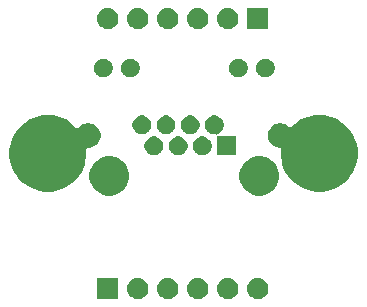
<source format=gbr>
G04 #@! TF.GenerationSoftware,KiCad,Pcbnew,(5.0.2)-1*
G04 #@! TF.CreationDate,2018-12-30T18:09:11-05:00*
G04 #@! TF.ProjectId,8P8C+LED_Horizontal_with_mounts,38503843-2b4c-4454-945f-486f72697a6f,rev?*
G04 #@! TF.SameCoordinates,Original*
G04 #@! TF.FileFunction,Soldermask,Top*
G04 #@! TF.FilePolarity,Negative*
%FSLAX46Y46*%
G04 Gerber Fmt 4.6, Leading zero omitted, Abs format (unit mm)*
G04 Created by KiCad (PCBNEW (5.0.2)-1) date 12/30/2018 6:09:11 PM*
%MOMM*%
%LPD*%
G01*
G04 APERTURE LIST*
%ADD10C,0.100000*%
G04 APERTURE END LIST*
D10*
G36*
X142350442Y-115945518D02*
X142416627Y-115952037D01*
X142529853Y-115986384D01*
X142586467Y-116003557D01*
X142725087Y-116077652D01*
X142742991Y-116087222D01*
X142778729Y-116116552D01*
X142880186Y-116199814D01*
X142963448Y-116301271D01*
X142992778Y-116337009D01*
X142992779Y-116337011D01*
X143076443Y-116493533D01*
X143076443Y-116493534D01*
X143127963Y-116663373D01*
X143145359Y-116840000D01*
X143127963Y-117016627D01*
X143093616Y-117129853D01*
X143076443Y-117186467D01*
X143002348Y-117325087D01*
X142992778Y-117342991D01*
X142963448Y-117378729D01*
X142880186Y-117480186D01*
X142778729Y-117563448D01*
X142742991Y-117592778D01*
X142742989Y-117592779D01*
X142586467Y-117676443D01*
X142529853Y-117693616D01*
X142416627Y-117727963D01*
X142350442Y-117734482D01*
X142284260Y-117741000D01*
X142195740Y-117741000D01*
X142129558Y-117734482D01*
X142063373Y-117727963D01*
X141950147Y-117693616D01*
X141893533Y-117676443D01*
X141737011Y-117592779D01*
X141737009Y-117592778D01*
X141701271Y-117563448D01*
X141599814Y-117480186D01*
X141516552Y-117378729D01*
X141487222Y-117342991D01*
X141477652Y-117325087D01*
X141403557Y-117186467D01*
X141386384Y-117129853D01*
X141352037Y-117016627D01*
X141334641Y-116840000D01*
X141352037Y-116663373D01*
X141403557Y-116493534D01*
X141403557Y-116493533D01*
X141487221Y-116337011D01*
X141487222Y-116337009D01*
X141516552Y-116301271D01*
X141599814Y-116199814D01*
X141701271Y-116116552D01*
X141737009Y-116087222D01*
X141754913Y-116077652D01*
X141893533Y-116003557D01*
X141950147Y-115986384D01*
X142063373Y-115952037D01*
X142129558Y-115945518D01*
X142195740Y-115939000D01*
X142284260Y-115939000D01*
X142350442Y-115945518D01*
X142350442Y-115945518D01*
G37*
G36*
X139810442Y-115945518D02*
X139876627Y-115952037D01*
X139989853Y-115986384D01*
X140046467Y-116003557D01*
X140185087Y-116077652D01*
X140202991Y-116087222D01*
X140238729Y-116116552D01*
X140340186Y-116199814D01*
X140423448Y-116301271D01*
X140452778Y-116337009D01*
X140452779Y-116337011D01*
X140536443Y-116493533D01*
X140536443Y-116493534D01*
X140587963Y-116663373D01*
X140605359Y-116840000D01*
X140587963Y-117016627D01*
X140553616Y-117129853D01*
X140536443Y-117186467D01*
X140462348Y-117325087D01*
X140452778Y-117342991D01*
X140423448Y-117378729D01*
X140340186Y-117480186D01*
X140238729Y-117563448D01*
X140202991Y-117592778D01*
X140202989Y-117592779D01*
X140046467Y-117676443D01*
X139989853Y-117693616D01*
X139876627Y-117727963D01*
X139810442Y-117734482D01*
X139744260Y-117741000D01*
X139655740Y-117741000D01*
X139589558Y-117734482D01*
X139523373Y-117727963D01*
X139410147Y-117693616D01*
X139353533Y-117676443D01*
X139197011Y-117592779D01*
X139197009Y-117592778D01*
X139161271Y-117563448D01*
X139059814Y-117480186D01*
X138976552Y-117378729D01*
X138947222Y-117342991D01*
X138937652Y-117325087D01*
X138863557Y-117186467D01*
X138846384Y-117129853D01*
X138812037Y-117016627D01*
X138794641Y-116840000D01*
X138812037Y-116663373D01*
X138863557Y-116493534D01*
X138863557Y-116493533D01*
X138947221Y-116337011D01*
X138947222Y-116337009D01*
X138976552Y-116301271D01*
X139059814Y-116199814D01*
X139161271Y-116116552D01*
X139197009Y-116087222D01*
X139214913Y-116077652D01*
X139353533Y-116003557D01*
X139410147Y-115986384D01*
X139523373Y-115952037D01*
X139589558Y-115945518D01*
X139655740Y-115939000D01*
X139744260Y-115939000D01*
X139810442Y-115945518D01*
X139810442Y-115945518D01*
G37*
G36*
X137270442Y-115945518D02*
X137336627Y-115952037D01*
X137449853Y-115986384D01*
X137506467Y-116003557D01*
X137645087Y-116077652D01*
X137662991Y-116087222D01*
X137698729Y-116116552D01*
X137800186Y-116199814D01*
X137883448Y-116301271D01*
X137912778Y-116337009D01*
X137912779Y-116337011D01*
X137996443Y-116493533D01*
X137996443Y-116493534D01*
X138047963Y-116663373D01*
X138065359Y-116840000D01*
X138047963Y-117016627D01*
X138013616Y-117129853D01*
X137996443Y-117186467D01*
X137922348Y-117325087D01*
X137912778Y-117342991D01*
X137883448Y-117378729D01*
X137800186Y-117480186D01*
X137698729Y-117563448D01*
X137662991Y-117592778D01*
X137662989Y-117592779D01*
X137506467Y-117676443D01*
X137449853Y-117693616D01*
X137336627Y-117727963D01*
X137270442Y-117734482D01*
X137204260Y-117741000D01*
X137115740Y-117741000D01*
X137049558Y-117734482D01*
X136983373Y-117727963D01*
X136870147Y-117693616D01*
X136813533Y-117676443D01*
X136657011Y-117592779D01*
X136657009Y-117592778D01*
X136621271Y-117563448D01*
X136519814Y-117480186D01*
X136436552Y-117378729D01*
X136407222Y-117342991D01*
X136397652Y-117325087D01*
X136323557Y-117186467D01*
X136306384Y-117129853D01*
X136272037Y-117016627D01*
X136254641Y-116840000D01*
X136272037Y-116663373D01*
X136323557Y-116493534D01*
X136323557Y-116493533D01*
X136407221Y-116337011D01*
X136407222Y-116337009D01*
X136436552Y-116301271D01*
X136519814Y-116199814D01*
X136621271Y-116116552D01*
X136657009Y-116087222D01*
X136674913Y-116077652D01*
X136813533Y-116003557D01*
X136870147Y-115986384D01*
X136983373Y-115952037D01*
X137049558Y-115945518D01*
X137115740Y-115939000D01*
X137204260Y-115939000D01*
X137270442Y-115945518D01*
X137270442Y-115945518D01*
G37*
G36*
X135521000Y-117741000D02*
X133719000Y-117741000D01*
X133719000Y-115939000D01*
X135521000Y-115939000D01*
X135521000Y-117741000D01*
X135521000Y-117741000D01*
G37*
G36*
X147430442Y-115945518D02*
X147496627Y-115952037D01*
X147609853Y-115986384D01*
X147666467Y-116003557D01*
X147805087Y-116077652D01*
X147822991Y-116087222D01*
X147858729Y-116116552D01*
X147960186Y-116199814D01*
X148043448Y-116301271D01*
X148072778Y-116337009D01*
X148072779Y-116337011D01*
X148156443Y-116493533D01*
X148156443Y-116493534D01*
X148207963Y-116663373D01*
X148225359Y-116840000D01*
X148207963Y-117016627D01*
X148173616Y-117129853D01*
X148156443Y-117186467D01*
X148082348Y-117325087D01*
X148072778Y-117342991D01*
X148043448Y-117378729D01*
X147960186Y-117480186D01*
X147858729Y-117563448D01*
X147822991Y-117592778D01*
X147822989Y-117592779D01*
X147666467Y-117676443D01*
X147609853Y-117693616D01*
X147496627Y-117727963D01*
X147430442Y-117734482D01*
X147364260Y-117741000D01*
X147275740Y-117741000D01*
X147209558Y-117734482D01*
X147143373Y-117727963D01*
X147030147Y-117693616D01*
X146973533Y-117676443D01*
X146817011Y-117592779D01*
X146817009Y-117592778D01*
X146781271Y-117563448D01*
X146679814Y-117480186D01*
X146596552Y-117378729D01*
X146567222Y-117342991D01*
X146557652Y-117325087D01*
X146483557Y-117186467D01*
X146466384Y-117129853D01*
X146432037Y-117016627D01*
X146414641Y-116840000D01*
X146432037Y-116663373D01*
X146483557Y-116493534D01*
X146483557Y-116493533D01*
X146567221Y-116337011D01*
X146567222Y-116337009D01*
X146596552Y-116301271D01*
X146679814Y-116199814D01*
X146781271Y-116116552D01*
X146817009Y-116087222D01*
X146834913Y-116077652D01*
X146973533Y-116003557D01*
X147030147Y-115986384D01*
X147143373Y-115952037D01*
X147209558Y-115945518D01*
X147275740Y-115939000D01*
X147364260Y-115939000D01*
X147430442Y-115945518D01*
X147430442Y-115945518D01*
G37*
G36*
X144890442Y-115945518D02*
X144956627Y-115952037D01*
X145069853Y-115986384D01*
X145126467Y-116003557D01*
X145265087Y-116077652D01*
X145282991Y-116087222D01*
X145318729Y-116116552D01*
X145420186Y-116199814D01*
X145503448Y-116301271D01*
X145532778Y-116337009D01*
X145532779Y-116337011D01*
X145616443Y-116493533D01*
X145616443Y-116493534D01*
X145667963Y-116663373D01*
X145685359Y-116840000D01*
X145667963Y-117016627D01*
X145633616Y-117129853D01*
X145616443Y-117186467D01*
X145542348Y-117325087D01*
X145532778Y-117342991D01*
X145503448Y-117378729D01*
X145420186Y-117480186D01*
X145318729Y-117563448D01*
X145282991Y-117592778D01*
X145282989Y-117592779D01*
X145126467Y-117676443D01*
X145069853Y-117693616D01*
X144956627Y-117727963D01*
X144890442Y-117734482D01*
X144824260Y-117741000D01*
X144735740Y-117741000D01*
X144669558Y-117734482D01*
X144603373Y-117727963D01*
X144490147Y-117693616D01*
X144433533Y-117676443D01*
X144277011Y-117592779D01*
X144277009Y-117592778D01*
X144241271Y-117563448D01*
X144139814Y-117480186D01*
X144056552Y-117378729D01*
X144027222Y-117342991D01*
X144017652Y-117325087D01*
X143943557Y-117186467D01*
X143926384Y-117129853D01*
X143892037Y-117016627D01*
X143874641Y-116840000D01*
X143892037Y-116663373D01*
X143943557Y-116493534D01*
X143943557Y-116493533D01*
X144027221Y-116337011D01*
X144027222Y-116337009D01*
X144056552Y-116301271D01*
X144139814Y-116199814D01*
X144241271Y-116116552D01*
X144277009Y-116087222D01*
X144294913Y-116077652D01*
X144433533Y-116003557D01*
X144490147Y-115986384D01*
X144603373Y-115952037D01*
X144669558Y-115945518D01*
X144735740Y-115939000D01*
X144824260Y-115939000D01*
X144890442Y-115945518D01*
X144890442Y-115945518D01*
G37*
G36*
X147931871Y-105703408D02*
X148236883Y-105829748D01*
X148509538Y-106011930D01*
X148511390Y-106013168D01*
X148744832Y-106246610D01*
X148744834Y-106246613D01*
X148928252Y-106521117D01*
X149054592Y-106826129D01*
X149119000Y-107149928D01*
X149119000Y-107480072D01*
X149054592Y-107803871D01*
X148928252Y-108108883D01*
X148806566Y-108290999D01*
X148744832Y-108383390D01*
X148511390Y-108616832D01*
X148511387Y-108616834D01*
X148236883Y-108800252D01*
X147931871Y-108926592D01*
X147608072Y-108991000D01*
X147277928Y-108991000D01*
X146954129Y-108926592D01*
X146649117Y-108800252D01*
X146374613Y-108616834D01*
X146374610Y-108616832D01*
X146141168Y-108383390D01*
X146079434Y-108290999D01*
X145957748Y-108108883D01*
X145831408Y-107803871D01*
X145767000Y-107480072D01*
X145767000Y-107149928D01*
X145831408Y-106826129D01*
X145957748Y-106521117D01*
X146141166Y-106246613D01*
X146141168Y-106246610D01*
X146374610Y-106013168D01*
X146376462Y-106011930D01*
X146649117Y-105829748D01*
X146954129Y-105703408D01*
X147277928Y-105639000D01*
X147608072Y-105639000D01*
X147931871Y-105703408D01*
X147931871Y-105703408D01*
G37*
G36*
X135231871Y-105703408D02*
X135536883Y-105829748D01*
X135809538Y-106011930D01*
X135811390Y-106013168D01*
X136044832Y-106246610D01*
X136044834Y-106246613D01*
X136228252Y-106521117D01*
X136354592Y-106826129D01*
X136419000Y-107149928D01*
X136419000Y-107480072D01*
X136354592Y-107803871D01*
X136228252Y-108108883D01*
X136106566Y-108290999D01*
X136044832Y-108383390D01*
X135811390Y-108616832D01*
X135811387Y-108616834D01*
X135536883Y-108800252D01*
X135231871Y-108926592D01*
X134908072Y-108991000D01*
X134577928Y-108991000D01*
X134254129Y-108926592D01*
X133949117Y-108800252D01*
X133674613Y-108616834D01*
X133674610Y-108616832D01*
X133441168Y-108383390D01*
X133379434Y-108290999D01*
X133257748Y-108108883D01*
X133131408Y-107803871D01*
X133067000Y-107480072D01*
X133067000Y-107149928D01*
X133131408Y-106826129D01*
X133257748Y-106521117D01*
X133441166Y-106246613D01*
X133441168Y-106246610D01*
X133674610Y-106013168D01*
X133676462Y-106011930D01*
X133949117Y-105829748D01*
X134254129Y-105703408D01*
X134577928Y-105639000D01*
X134908072Y-105639000D01*
X135231871Y-105703408D01*
X135231871Y-105703408D01*
G37*
G36*
X130036153Y-102194000D02*
X130488282Y-102283934D01*
X131079926Y-102529001D01*
X131480073Y-102796371D01*
X131612395Y-102884786D01*
X131957223Y-103229614D01*
X131976165Y-103245160D01*
X131997776Y-103256711D01*
X132021225Y-103263824D01*
X132045611Y-103266226D01*
X132069997Y-103263824D01*
X132093446Y-103256711D01*
X132115057Y-103245160D01*
X132133999Y-103229614D01*
X132142936Y-103218725D01*
X132293024Y-103068637D01*
X132465166Y-102953615D01*
X132656435Y-102874389D01*
X132859484Y-102834000D01*
X133066516Y-102834000D01*
X133269565Y-102874389D01*
X133460834Y-102953615D01*
X133632976Y-103068637D01*
X133779363Y-103215024D01*
X133894385Y-103387166D01*
X133973611Y-103578435D01*
X134014000Y-103781484D01*
X134014000Y-103988516D01*
X133973611Y-104191565D01*
X133894385Y-104382834D01*
X133779363Y-104554976D01*
X133632976Y-104701363D01*
X133460834Y-104816385D01*
X133269565Y-104895611D01*
X133066516Y-104936000D01*
X132912719Y-104936000D01*
X132888333Y-104938402D01*
X132864884Y-104945515D01*
X132843273Y-104957066D01*
X132824331Y-104972612D01*
X132808785Y-104991554D01*
X132797234Y-105013165D01*
X132790121Y-105036614D01*
X132787719Y-105061000D01*
X132790120Y-105085381D01*
X132791000Y-105089804D01*
X132791000Y-105730197D01*
X132734714Y-106013166D01*
X132666066Y-106358282D01*
X132420999Y-106949926D01*
X132173265Y-107320685D01*
X132065214Y-107482395D01*
X131612395Y-107935214D01*
X131612392Y-107935216D01*
X131079926Y-108290999D01*
X130488282Y-108536066D01*
X130174239Y-108598533D01*
X129860197Y-108661000D01*
X129219803Y-108661000D01*
X128905761Y-108598533D01*
X128591718Y-108536066D01*
X128000074Y-108290999D01*
X127467608Y-107935216D01*
X127467605Y-107935214D01*
X127014786Y-107482395D01*
X126906735Y-107320685D01*
X126659001Y-106949926D01*
X126413934Y-106358282D01*
X126345286Y-106013166D01*
X126289000Y-105730197D01*
X126289000Y-105089803D01*
X126395384Y-104554976D01*
X126413934Y-104461718D01*
X126659001Y-103870074D01*
X127014784Y-103337608D01*
X127014786Y-103337605D01*
X127467605Y-102884786D01*
X127599927Y-102796371D01*
X128000074Y-102529001D01*
X128591718Y-102283934D01*
X129043847Y-102194000D01*
X129219803Y-102159000D01*
X129860197Y-102159000D01*
X130036153Y-102194000D01*
X130036153Y-102194000D01*
G37*
G36*
X153036153Y-102194000D02*
X153488282Y-102283934D01*
X154079926Y-102529001D01*
X154480073Y-102796371D01*
X154612395Y-102884786D01*
X155065214Y-103337605D01*
X155065216Y-103337608D01*
X155420999Y-103870074D01*
X155666066Y-104461718D01*
X155684616Y-104554976D01*
X155791000Y-105089803D01*
X155791000Y-105730197D01*
X155734714Y-106013166D01*
X155666066Y-106358282D01*
X155420999Y-106949926D01*
X155173265Y-107320685D01*
X155065214Y-107482395D01*
X154612395Y-107935214D01*
X154612392Y-107935216D01*
X154079926Y-108290999D01*
X153488282Y-108536066D01*
X153174239Y-108598533D01*
X152860197Y-108661000D01*
X152219803Y-108661000D01*
X151905761Y-108598533D01*
X151591718Y-108536066D01*
X151000074Y-108290999D01*
X150467608Y-107935216D01*
X150467605Y-107935214D01*
X150014786Y-107482395D01*
X149906735Y-107320685D01*
X149659001Y-106949926D01*
X149413934Y-106358282D01*
X149345286Y-106013166D01*
X149289000Y-105730197D01*
X149289000Y-105089804D01*
X149289880Y-105085381D01*
X149292281Y-105061002D01*
X149289880Y-105036616D01*
X149282767Y-105013167D01*
X149271216Y-104991556D01*
X149255671Y-104972613D01*
X149236729Y-104957068D01*
X149215119Y-104945516D01*
X149191670Y-104938402D01*
X149167281Y-104936000D01*
X149119484Y-104936000D01*
X148916435Y-104895611D01*
X148725166Y-104816385D01*
X148553024Y-104701363D01*
X148406637Y-104554976D01*
X148291615Y-104382834D01*
X148212389Y-104191565D01*
X148172000Y-103988516D01*
X148172000Y-103781484D01*
X148212389Y-103578435D01*
X148291615Y-103387166D01*
X148406637Y-103215024D01*
X148553024Y-103068637D01*
X148725166Y-102953615D01*
X148916435Y-102874389D01*
X149119484Y-102834000D01*
X149326516Y-102834000D01*
X149529565Y-102874389D01*
X149720834Y-102953615D01*
X149892976Y-103068637D01*
X149999977Y-103175638D01*
X150018919Y-103191184D01*
X150040530Y-103202735D01*
X150063979Y-103209848D01*
X150088365Y-103212250D01*
X150112751Y-103209848D01*
X150136200Y-103202735D01*
X150157811Y-103191184D01*
X150176753Y-103175638D01*
X150467605Y-102884786D01*
X150599927Y-102796371D01*
X151000074Y-102529001D01*
X151591718Y-102283934D01*
X152043847Y-102194000D01*
X152219803Y-102159000D01*
X152860197Y-102159000D01*
X153036153Y-102194000D01*
X153036153Y-102194000D01*
G37*
G36*
X138766643Y-104004781D02*
X138912415Y-104065162D01*
X139043611Y-104152824D01*
X139155176Y-104264389D01*
X139242838Y-104395585D01*
X139303219Y-104541357D01*
X139334000Y-104696107D01*
X139334000Y-104853893D01*
X139303219Y-105008643D01*
X139242838Y-105154415D01*
X139155176Y-105285611D01*
X139043611Y-105397176D01*
X138912415Y-105484838D01*
X138766643Y-105545219D01*
X138611893Y-105576000D01*
X138454107Y-105576000D01*
X138299357Y-105545219D01*
X138153585Y-105484838D01*
X138022389Y-105397176D01*
X137910824Y-105285611D01*
X137823162Y-105154415D01*
X137762781Y-105008643D01*
X137732000Y-104853893D01*
X137732000Y-104696107D01*
X137762781Y-104541357D01*
X137823162Y-104395585D01*
X137910824Y-104264389D01*
X138022389Y-104152824D01*
X138153585Y-104065162D01*
X138299357Y-104004781D01*
X138454107Y-103974000D01*
X138611893Y-103974000D01*
X138766643Y-104004781D01*
X138766643Y-104004781D01*
G37*
G36*
X140806643Y-104004781D02*
X140952415Y-104065162D01*
X141083611Y-104152824D01*
X141195176Y-104264389D01*
X141282838Y-104395585D01*
X141343219Y-104541357D01*
X141374000Y-104696107D01*
X141374000Y-104853893D01*
X141343219Y-105008643D01*
X141282838Y-105154415D01*
X141195176Y-105285611D01*
X141083611Y-105397176D01*
X140952415Y-105484838D01*
X140806643Y-105545219D01*
X140651893Y-105576000D01*
X140494107Y-105576000D01*
X140339357Y-105545219D01*
X140193585Y-105484838D01*
X140062389Y-105397176D01*
X139950824Y-105285611D01*
X139863162Y-105154415D01*
X139802781Y-105008643D01*
X139772000Y-104853893D01*
X139772000Y-104696107D01*
X139802781Y-104541357D01*
X139863162Y-104395585D01*
X139950824Y-104264389D01*
X140062389Y-104152824D01*
X140193585Y-104065162D01*
X140339357Y-104004781D01*
X140494107Y-103974000D01*
X140651893Y-103974000D01*
X140806643Y-104004781D01*
X140806643Y-104004781D01*
G37*
G36*
X142846643Y-104004781D02*
X142992415Y-104065162D01*
X143123611Y-104152824D01*
X143235176Y-104264389D01*
X143322838Y-104395585D01*
X143383219Y-104541357D01*
X143414000Y-104696107D01*
X143414000Y-104853893D01*
X143383219Y-105008643D01*
X143322838Y-105154415D01*
X143235176Y-105285611D01*
X143123611Y-105397176D01*
X142992415Y-105484838D01*
X142846643Y-105545219D01*
X142691893Y-105576000D01*
X142534107Y-105576000D01*
X142379357Y-105545219D01*
X142233585Y-105484838D01*
X142102389Y-105397176D01*
X141990824Y-105285611D01*
X141903162Y-105154415D01*
X141842781Y-105008643D01*
X141812000Y-104853893D01*
X141812000Y-104696107D01*
X141842781Y-104541357D01*
X141903162Y-104395585D01*
X141990824Y-104264389D01*
X142102389Y-104152824D01*
X142233585Y-104065162D01*
X142379357Y-104004781D01*
X142534107Y-103974000D01*
X142691893Y-103974000D01*
X142846643Y-104004781D01*
X142846643Y-104004781D01*
G37*
G36*
X143866643Y-102224781D02*
X144012415Y-102285162D01*
X144143611Y-102372824D01*
X144255176Y-102484389D01*
X144342838Y-102615585D01*
X144403219Y-102761357D01*
X144434000Y-102916107D01*
X144434000Y-103073893D01*
X144403219Y-103228643D01*
X144342838Y-103374415D01*
X144255176Y-103505611D01*
X144143611Y-103617176D01*
X144012417Y-103704837D01*
X143943182Y-103733515D01*
X143921572Y-103745066D01*
X143902630Y-103760612D01*
X143887084Y-103779554D01*
X143875533Y-103801165D01*
X143868420Y-103824614D01*
X143866018Y-103849000D01*
X143868420Y-103873386D01*
X143875533Y-103896836D01*
X143887084Y-103918446D01*
X143902630Y-103937388D01*
X143921572Y-103952934D01*
X143943183Y-103964485D01*
X143966632Y-103971598D01*
X143991018Y-103974000D01*
X145454000Y-103974000D01*
X145454000Y-105576000D01*
X143852000Y-105576000D01*
X143852000Y-103920444D01*
X143849598Y-103896058D01*
X143842485Y-103872609D01*
X143830934Y-103850998D01*
X143815388Y-103832056D01*
X143796446Y-103816510D01*
X143774835Y-103804959D01*
X143751386Y-103797846D01*
X143727000Y-103795444D01*
X143721352Y-103796000D01*
X143554107Y-103796000D01*
X143399357Y-103765219D01*
X143253585Y-103704838D01*
X143122389Y-103617176D01*
X143010824Y-103505611D01*
X142923162Y-103374415D01*
X142862781Y-103228643D01*
X142832000Y-103073893D01*
X142832000Y-102916107D01*
X142862781Y-102761357D01*
X142923162Y-102615585D01*
X143010824Y-102484389D01*
X143122389Y-102372824D01*
X143253585Y-102285162D01*
X143399357Y-102224781D01*
X143554107Y-102194000D01*
X143711893Y-102194000D01*
X143866643Y-102224781D01*
X143866643Y-102224781D01*
G37*
G36*
X141826643Y-102224781D02*
X141972415Y-102285162D01*
X142103611Y-102372824D01*
X142215176Y-102484389D01*
X142302838Y-102615585D01*
X142363219Y-102761357D01*
X142394000Y-102916107D01*
X142394000Y-103073893D01*
X142363219Y-103228643D01*
X142302838Y-103374415D01*
X142215176Y-103505611D01*
X142103611Y-103617176D01*
X141972415Y-103704838D01*
X141826643Y-103765219D01*
X141671893Y-103796000D01*
X141514107Y-103796000D01*
X141359357Y-103765219D01*
X141213585Y-103704838D01*
X141082389Y-103617176D01*
X140970824Y-103505611D01*
X140883162Y-103374415D01*
X140822781Y-103228643D01*
X140792000Y-103073893D01*
X140792000Y-102916107D01*
X140822781Y-102761357D01*
X140883162Y-102615585D01*
X140970824Y-102484389D01*
X141082389Y-102372824D01*
X141213585Y-102285162D01*
X141359357Y-102224781D01*
X141514107Y-102194000D01*
X141671893Y-102194000D01*
X141826643Y-102224781D01*
X141826643Y-102224781D01*
G37*
G36*
X139786643Y-102224781D02*
X139932415Y-102285162D01*
X140063611Y-102372824D01*
X140175176Y-102484389D01*
X140262838Y-102615585D01*
X140323219Y-102761357D01*
X140354000Y-102916107D01*
X140354000Y-103073893D01*
X140323219Y-103228643D01*
X140262838Y-103374415D01*
X140175176Y-103505611D01*
X140063611Y-103617176D01*
X139932415Y-103704838D01*
X139786643Y-103765219D01*
X139631893Y-103796000D01*
X139474107Y-103796000D01*
X139319357Y-103765219D01*
X139173585Y-103704838D01*
X139042389Y-103617176D01*
X138930824Y-103505611D01*
X138843162Y-103374415D01*
X138782781Y-103228643D01*
X138752000Y-103073893D01*
X138752000Y-102916107D01*
X138782781Y-102761357D01*
X138843162Y-102615585D01*
X138930824Y-102484389D01*
X139042389Y-102372824D01*
X139173585Y-102285162D01*
X139319357Y-102224781D01*
X139474107Y-102194000D01*
X139631893Y-102194000D01*
X139786643Y-102224781D01*
X139786643Y-102224781D01*
G37*
G36*
X137746643Y-102224781D02*
X137892415Y-102285162D01*
X138023611Y-102372824D01*
X138135176Y-102484389D01*
X138222838Y-102615585D01*
X138283219Y-102761357D01*
X138314000Y-102916107D01*
X138314000Y-103073893D01*
X138283219Y-103228643D01*
X138222838Y-103374415D01*
X138135176Y-103505611D01*
X138023611Y-103617176D01*
X137892415Y-103704838D01*
X137746643Y-103765219D01*
X137591893Y-103796000D01*
X137434107Y-103796000D01*
X137279357Y-103765219D01*
X137133585Y-103704838D01*
X137002389Y-103617176D01*
X136890824Y-103505611D01*
X136803162Y-103374415D01*
X136742781Y-103228643D01*
X136712000Y-103073893D01*
X136712000Y-102916107D01*
X136742781Y-102761357D01*
X136803162Y-102615585D01*
X136890824Y-102484389D01*
X137002389Y-102372824D01*
X137133585Y-102285162D01*
X137279357Y-102224781D01*
X137434107Y-102194000D01*
X137591893Y-102194000D01*
X137746643Y-102224781D01*
X137746643Y-102224781D01*
G37*
G36*
X136756643Y-97404781D02*
X136902415Y-97465162D01*
X137033611Y-97552824D01*
X137145176Y-97664389D01*
X137232838Y-97795585D01*
X137293219Y-97941357D01*
X137324000Y-98096107D01*
X137324000Y-98253893D01*
X137293219Y-98408643D01*
X137232838Y-98554415D01*
X137145176Y-98685611D01*
X137033611Y-98797176D01*
X136902415Y-98884838D01*
X136756643Y-98945219D01*
X136601893Y-98976000D01*
X136444107Y-98976000D01*
X136289357Y-98945219D01*
X136143585Y-98884838D01*
X136012389Y-98797176D01*
X135900824Y-98685611D01*
X135813162Y-98554415D01*
X135752781Y-98408643D01*
X135722000Y-98253893D01*
X135722000Y-98096107D01*
X135752781Y-97941357D01*
X135813162Y-97795585D01*
X135900824Y-97664389D01*
X136012389Y-97552824D01*
X136143585Y-97465162D01*
X136289357Y-97404781D01*
X136444107Y-97374000D01*
X136601893Y-97374000D01*
X136756643Y-97404781D01*
X136756643Y-97404781D01*
G37*
G36*
X148186643Y-97404781D02*
X148332415Y-97465162D01*
X148463611Y-97552824D01*
X148575176Y-97664389D01*
X148662838Y-97795585D01*
X148723219Y-97941357D01*
X148754000Y-98096107D01*
X148754000Y-98253893D01*
X148723219Y-98408643D01*
X148662838Y-98554415D01*
X148575176Y-98685611D01*
X148463611Y-98797176D01*
X148332415Y-98884838D01*
X148186643Y-98945219D01*
X148031893Y-98976000D01*
X147874107Y-98976000D01*
X147719357Y-98945219D01*
X147573585Y-98884838D01*
X147442389Y-98797176D01*
X147330824Y-98685611D01*
X147243162Y-98554415D01*
X147182781Y-98408643D01*
X147152000Y-98253893D01*
X147152000Y-98096107D01*
X147182781Y-97941357D01*
X147243162Y-97795585D01*
X147330824Y-97664389D01*
X147442389Y-97552824D01*
X147573585Y-97465162D01*
X147719357Y-97404781D01*
X147874107Y-97374000D01*
X148031893Y-97374000D01*
X148186643Y-97404781D01*
X148186643Y-97404781D01*
G37*
G36*
X145896643Y-97404781D02*
X146042415Y-97465162D01*
X146173611Y-97552824D01*
X146285176Y-97664389D01*
X146372838Y-97795585D01*
X146433219Y-97941357D01*
X146464000Y-98096107D01*
X146464000Y-98253893D01*
X146433219Y-98408643D01*
X146372838Y-98554415D01*
X146285176Y-98685611D01*
X146173611Y-98797176D01*
X146042415Y-98884838D01*
X145896643Y-98945219D01*
X145741893Y-98976000D01*
X145584107Y-98976000D01*
X145429357Y-98945219D01*
X145283585Y-98884838D01*
X145152389Y-98797176D01*
X145040824Y-98685611D01*
X144953162Y-98554415D01*
X144892781Y-98408643D01*
X144862000Y-98253893D01*
X144862000Y-98096107D01*
X144892781Y-97941357D01*
X144953162Y-97795585D01*
X145040824Y-97664389D01*
X145152389Y-97552824D01*
X145283585Y-97465162D01*
X145429357Y-97404781D01*
X145584107Y-97374000D01*
X145741893Y-97374000D01*
X145896643Y-97404781D01*
X145896643Y-97404781D01*
G37*
G36*
X134466643Y-97404781D02*
X134612415Y-97465162D01*
X134743611Y-97552824D01*
X134855176Y-97664389D01*
X134942838Y-97795585D01*
X135003219Y-97941357D01*
X135034000Y-98096107D01*
X135034000Y-98253893D01*
X135003219Y-98408643D01*
X134942838Y-98554415D01*
X134855176Y-98685611D01*
X134743611Y-98797176D01*
X134612415Y-98884838D01*
X134466643Y-98945219D01*
X134311893Y-98976000D01*
X134154107Y-98976000D01*
X133999357Y-98945219D01*
X133853585Y-98884838D01*
X133722389Y-98797176D01*
X133610824Y-98685611D01*
X133523162Y-98554415D01*
X133462781Y-98408643D01*
X133432000Y-98253893D01*
X133432000Y-98096107D01*
X133462781Y-97941357D01*
X133523162Y-97795585D01*
X133610824Y-97664389D01*
X133722389Y-97552824D01*
X133853585Y-97465162D01*
X133999357Y-97404781D01*
X134154107Y-97374000D01*
X134311893Y-97374000D01*
X134466643Y-97404781D01*
X134466643Y-97404781D01*
G37*
G36*
X148221000Y-94881000D02*
X146419000Y-94881000D01*
X146419000Y-93079000D01*
X148221000Y-93079000D01*
X148221000Y-94881000D01*
X148221000Y-94881000D01*
G37*
G36*
X144890443Y-93085519D02*
X144956627Y-93092037D01*
X145069853Y-93126384D01*
X145126467Y-93143557D01*
X145265087Y-93217652D01*
X145282991Y-93227222D01*
X145318729Y-93256552D01*
X145420186Y-93339814D01*
X145503448Y-93441271D01*
X145532778Y-93477009D01*
X145532779Y-93477011D01*
X145616443Y-93633533D01*
X145616443Y-93633534D01*
X145667963Y-93803373D01*
X145685359Y-93980000D01*
X145667963Y-94156627D01*
X145633616Y-94269853D01*
X145616443Y-94326467D01*
X145542348Y-94465087D01*
X145532778Y-94482991D01*
X145503448Y-94518729D01*
X145420186Y-94620186D01*
X145318729Y-94703448D01*
X145282991Y-94732778D01*
X145282989Y-94732779D01*
X145126467Y-94816443D01*
X145069853Y-94833616D01*
X144956627Y-94867963D01*
X144890443Y-94874481D01*
X144824260Y-94881000D01*
X144735740Y-94881000D01*
X144669557Y-94874481D01*
X144603373Y-94867963D01*
X144490147Y-94833616D01*
X144433533Y-94816443D01*
X144277011Y-94732779D01*
X144277009Y-94732778D01*
X144241271Y-94703448D01*
X144139814Y-94620186D01*
X144056552Y-94518729D01*
X144027222Y-94482991D01*
X144017652Y-94465087D01*
X143943557Y-94326467D01*
X143926384Y-94269853D01*
X143892037Y-94156627D01*
X143874641Y-93980000D01*
X143892037Y-93803373D01*
X143943557Y-93633534D01*
X143943557Y-93633533D01*
X144027221Y-93477011D01*
X144027222Y-93477009D01*
X144056552Y-93441271D01*
X144139814Y-93339814D01*
X144241271Y-93256552D01*
X144277009Y-93227222D01*
X144294913Y-93217652D01*
X144433533Y-93143557D01*
X144490147Y-93126384D01*
X144603373Y-93092037D01*
X144669557Y-93085519D01*
X144735740Y-93079000D01*
X144824260Y-93079000D01*
X144890443Y-93085519D01*
X144890443Y-93085519D01*
G37*
G36*
X142350443Y-93085519D02*
X142416627Y-93092037D01*
X142529853Y-93126384D01*
X142586467Y-93143557D01*
X142725087Y-93217652D01*
X142742991Y-93227222D01*
X142778729Y-93256552D01*
X142880186Y-93339814D01*
X142963448Y-93441271D01*
X142992778Y-93477009D01*
X142992779Y-93477011D01*
X143076443Y-93633533D01*
X143076443Y-93633534D01*
X143127963Y-93803373D01*
X143145359Y-93980000D01*
X143127963Y-94156627D01*
X143093616Y-94269853D01*
X143076443Y-94326467D01*
X143002348Y-94465087D01*
X142992778Y-94482991D01*
X142963448Y-94518729D01*
X142880186Y-94620186D01*
X142778729Y-94703448D01*
X142742991Y-94732778D01*
X142742989Y-94732779D01*
X142586467Y-94816443D01*
X142529853Y-94833616D01*
X142416627Y-94867963D01*
X142350443Y-94874481D01*
X142284260Y-94881000D01*
X142195740Y-94881000D01*
X142129557Y-94874481D01*
X142063373Y-94867963D01*
X141950147Y-94833616D01*
X141893533Y-94816443D01*
X141737011Y-94732779D01*
X141737009Y-94732778D01*
X141701271Y-94703448D01*
X141599814Y-94620186D01*
X141516552Y-94518729D01*
X141487222Y-94482991D01*
X141477652Y-94465087D01*
X141403557Y-94326467D01*
X141386384Y-94269853D01*
X141352037Y-94156627D01*
X141334641Y-93980000D01*
X141352037Y-93803373D01*
X141403557Y-93633534D01*
X141403557Y-93633533D01*
X141487221Y-93477011D01*
X141487222Y-93477009D01*
X141516552Y-93441271D01*
X141599814Y-93339814D01*
X141701271Y-93256552D01*
X141737009Y-93227222D01*
X141754913Y-93217652D01*
X141893533Y-93143557D01*
X141950147Y-93126384D01*
X142063373Y-93092037D01*
X142129557Y-93085519D01*
X142195740Y-93079000D01*
X142284260Y-93079000D01*
X142350443Y-93085519D01*
X142350443Y-93085519D01*
G37*
G36*
X139810443Y-93085519D02*
X139876627Y-93092037D01*
X139989853Y-93126384D01*
X140046467Y-93143557D01*
X140185087Y-93217652D01*
X140202991Y-93227222D01*
X140238729Y-93256552D01*
X140340186Y-93339814D01*
X140423448Y-93441271D01*
X140452778Y-93477009D01*
X140452779Y-93477011D01*
X140536443Y-93633533D01*
X140536443Y-93633534D01*
X140587963Y-93803373D01*
X140605359Y-93980000D01*
X140587963Y-94156627D01*
X140553616Y-94269853D01*
X140536443Y-94326467D01*
X140462348Y-94465087D01*
X140452778Y-94482991D01*
X140423448Y-94518729D01*
X140340186Y-94620186D01*
X140238729Y-94703448D01*
X140202991Y-94732778D01*
X140202989Y-94732779D01*
X140046467Y-94816443D01*
X139989853Y-94833616D01*
X139876627Y-94867963D01*
X139810443Y-94874481D01*
X139744260Y-94881000D01*
X139655740Y-94881000D01*
X139589557Y-94874481D01*
X139523373Y-94867963D01*
X139410147Y-94833616D01*
X139353533Y-94816443D01*
X139197011Y-94732779D01*
X139197009Y-94732778D01*
X139161271Y-94703448D01*
X139059814Y-94620186D01*
X138976552Y-94518729D01*
X138947222Y-94482991D01*
X138937652Y-94465087D01*
X138863557Y-94326467D01*
X138846384Y-94269853D01*
X138812037Y-94156627D01*
X138794641Y-93980000D01*
X138812037Y-93803373D01*
X138863557Y-93633534D01*
X138863557Y-93633533D01*
X138947221Y-93477011D01*
X138947222Y-93477009D01*
X138976552Y-93441271D01*
X139059814Y-93339814D01*
X139161271Y-93256552D01*
X139197009Y-93227222D01*
X139214913Y-93217652D01*
X139353533Y-93143557D01*
X139410147Y-93126384D01*
X139523373Y-93092037D01*
X139589557Y-93085519D01*
X139655740Y-93079000D01*
X139744260Y-93079000D01*
X139810443Y-93085519D01*
X139810443Y-93085519D01*
G37*
G36*
X137270443Y-93085519D02*
X137336627Y-93092037D01*
X137449853Y-93126384D01*
X137506467Y-93143557D01*
X137645087Y-93217652D01*
X137662991Y-93227222D01*
X137698729Y-93256552D01*
X137800186Y-93339814D01*
X137883448Y-93441271D01*
X137912778Y-93477009D01*
X137912779Y-93477011D01*
X137996443Y-93633533D01*
X137996443Y-93633534D01*
X138047963Y-93803373D01*
X138065359Y-93980000D01*
X138047963Y-94156627D01*
X138013616Y-94269853D01*
X137996443Y-94326467D01*
X137922348Y-94465087D01*
X137912778Y-94482991D01*
X137883448Y-94518729D01*
X137800186Y-94620186D01*
X137698729Y-94703448D01*
X137662991Y-94732778D01*
X137662989Y-94732779D01*
X137506467Y-94816443D01*
X137449853Y-94833616D01*
X137336627Y-94867963D01*
X137270443Y-94874481D01*
X137204260Y-94881000D01*
X137115740Y-94881000D01*
X137049557Y-94874481D01*
X136983373Y-94867963D01*
X136870147Y-94833616D01*
X136813533Y-94816443D01*
X136657011Y-94732779D01*
X136657009Y-94732778D01*
X136621271Y-94703448D01*
X136519814Y-94620186D01*
X136436552Y-94518729D01*
X136407222Y-94482991D01*
X136397652Y-94465087D01*
X136323557Y-94326467D01*
X136306384Y-94269853D01*
X136272037Y-94156627D01*
X136254641Y-93980000D01*
X136272037Y-93803373D01*
X136323557Y-93633534D01*
X136323557Y-93633533D01*
X136407221Y-93477011D01*
X136407222Y-93477009D01*
X136436552Y-93441271D01*
X136519814Y-93339814D01*
X136621271Y-93256552D01*
X136657009Y-93227222D01*
X136674913Y-93217652D01*
X136813533Y-93143557D01*
X136870147Y-93126384D01*
X136983373Y-93092037D01*
X137049557Y-93085519D01*
X137115740Y-93079000D01*
X137204260Y-93079000D01*
X137270443Y-93085519D01*
X137270443Y-93085519D01*
G37*
G36*
X134730443Y-93085519D02*
X134796627Y-93092037D01*
X134909853Y-93126384D01*
X134966467Y-93143557D01*
X135105087Y-93217652D01*
X135122991Y-93227222D01*
X135158729Y-93256552D01*
X135260186Y-93339814D01*
X135343448Y-93441271D01*
X135372778Y-93477009D01*
X135372779Y-93477011D01*
X135456443Y-93633533D01*
X135456443Y-93633534D01*
X135507963Y-93803373D01*
X135525359Y-93980000D01*
X135507963Y-94156627D01*
X135473616Y-94269853D01*
X135456443Y-94326467D01*
X135382348Y-94465087D01*
X135372778Y-94482991D01*
X135343448Y-94518729D01*
X135260186Y-94620186D01*
X135158729Y-94703448D01*
X135122991Y-94732778D01*
X135122989Y-94732779D01*
X134966467Y-94816443D01*
X134909853Y-94833616D01*
X134796627Y-94867963D01*
X134730443Y-94874481D01*
X134664260Y-94881000D01*
X134575740Y-94881000D01*
X134509557Y-94874481D01*
X134443373Y-94867963D01*
X134330147Y-94833616D01*
X134273533Y-94816443D01*
X134117011Y-94732779D01*
X134117009Y-94732778D01*
X134081271Y-94703448D01*
X133979814Y-94620186D01*
X133896552Y-94518729D01*
X133867222Y-94482991D01*
X133857652Y-94465087D01*
X133783557Y-94326467D01*
X133766384Y-94269853D01*
X133732037Y-94156627D01*
X133714641Y-93980000D01*
X133732037Y-93803373D01*
X133783557Y-93633534D01*
X133783557Y-93633533D01*
X133867221Y-93477011D01*
X133867222Y-93477009D01*
X133896552Y-93441271D01*
X133979814Y-93339814D01*
X134081271Y-93256552D01*
X134117009Y-93227222D01*
X134134913Y-93217652D01*
X134273533Y-93143557D01*
X134330147Y-93126384D01*
X134443373Y-93092037D01*
X134509557Y-93085519D01*
X134575740Y-93079000D01*
X134664260Y-93079000D01*
X134730443Y-93085519D01*
X134730443Y-93085519D01*
G37*
M02*

</source>
